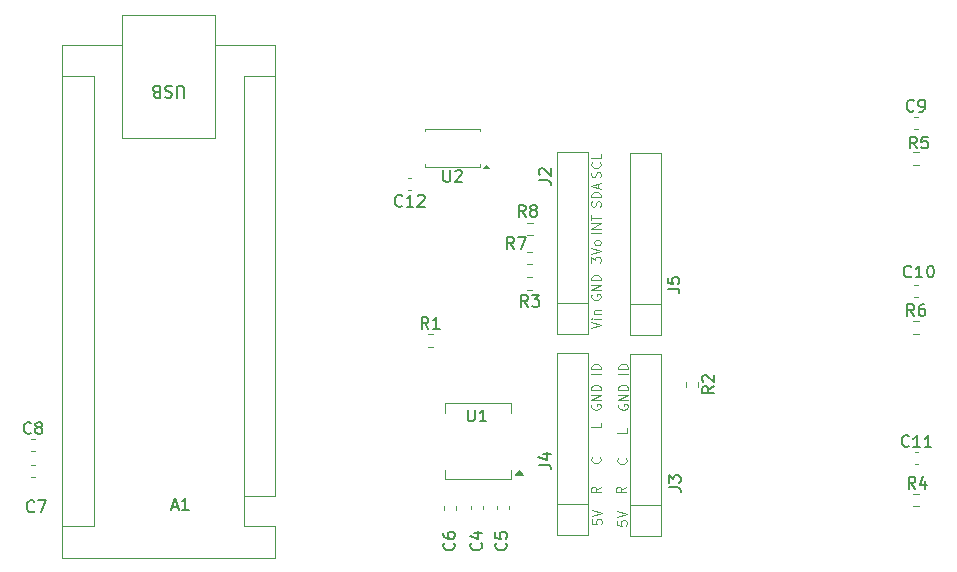
<source format=gbr>
%TF.GenerationSoftware,KiCad,Pcbnew,9.0.7*%
%TF.CreationDate,2026-01-06T11:15:33-08:00*%
%TF.ProjectId,v1.2,76312e32-2e6b-4696-9361-645f70636258,rev?*%
%TF.SameCoordinates,Original*%
%TF.FileFunction,Legend,Top*%
%TF.FilePolarity,Positive*%
%FSLAX46Y46*%
G04 Gerber Fmt 4.6, Leading zero omitted, Abs format (unit mm)*
G04 Created by KiCad (PCBNEW 9.0.7) date 2026-01-06 11:15:33*
%MOMM*%
%LPD*%
G01*
G04 APERTURE LIST*
%ADD10C,0.150000*%
%ADD11C,0.100000*%
%ADD12C,0.120000*%
G04 APERTURE END LIST*
D10*
X93538095Y-136054819D02*
X93538095Y-136864342D01*
X93538095Y-136864342D02*
X93585714Y-136959580D01*
X93585714Y-136959580D02*
X93633333Y-137007200D01*
X93633333Y-137007200D02*
X93728571Y-137054819D01*
X93728571Y-137054819D02*
X93919047Y-137054819D01*
X93919047Y-137054819D02*
X94014285Y-137007200D01*
X94014285Y-137007200D02*
X94061904Y-136959580D01*
X94061904Y-136959580D02*
X94109523Y-136864342D01*
X94109523Y-136864342D02*
X94109523Y-136054819D01*
X95109523Y-137054819D02*
X94538095Y-137054819D01*
X94823809Y-137054819D02*
X94823809Y-136054819D01*
X94823809Y-136054819D02*
X94728571Y-136197676D01*
X94728571Y-136197676D02*
X94633333Y-136292914D01*
X94633333Y-136292914D02*
X94538095Y-136340533D01*
X99554819Y-140733333D02*
X100269104Y-140733333D01*
X100269104Y-140733333D02*
X100411961Y-140780952D01*
X100411961Y-140780952D02*
X100507200Y-140876190D01*
X100507200Y-140876190D02*
X100554819Y-141019047D01*
X100554819Y-141019047D02*
X100554819Y-141114285D01*
X99888152Y-139828571D02*
X100554819Y-139828571D01*
X99507200Y-140066666D02*
X100221485Y-140304761D01*
X100221485Y-140304761D02*
X100221485Y-139685714D01*
D11*
X104796895Y-133043734D02*
X103996895Y-133043734D01*
X104796895Y-132662782D02*
X103996895Y-132662782D01*
X103996895Y-132662782D02*
X103996895Y-132472306D01*
X103996895Y-132472306D02*
X104034990Y-132358020D01*
X104034990Y-132358020D02*
X104111180Y-132281830D01*
X104111180Y-132281830D02*
X104187371Y-132243735D01*
X104187371Y-132243735D02*
X104339752Y-132205639D01*
X104339752Y-132205639D02*
X104454038Y-132205639D01*
X104454038Y-132205639D02*
X104606419Y-132243735D01*
X104606419Y-132243735D02*
X104682609Y-132281830D01*
X104682609Y-132281830D02*
X104758800Y-132358020D01*
X104758800Y-132358020D02*
X104796895Y-132472306D01*
X104796895Y-132472306D02*
X104796895Y-132662782D01*
X104034990Y-135624687D02*
X103996895Y-135700877D01*
X103996895Y-135700877D02*
X103996895Y-135815163D01*
X103996895Y-135815163D02*
X104034990Y-135929449D01*
X104034990Y-135929449D02*
X104111180Y-136005639D01*
X104111180Y-136005639D02*
X104187371Y-136043734D01*
X104187371Y-136043734D02*
X104339752Y-136081830D01*
X104339752Y-136081830D02*
X104454038Y-136081830D01*
X104454038Y-136081830D02*
X104606419Y-136043734D01*
X104606419Y-136043734D02*
X104682609Y-136005639D01*
X104682609Y-136005639D02*
X104758800Y-135929449D01*
X104758800Y-135929449D02*
X104796895Y-135815163D01*
X104796895Y-135815163D02*
X104796895Y-135738972D01*
X104796895Y-135738972D02*
X104758800Y-135624687D01*
X104758800Y-135624687D02*
X104720704Y-135586591D01*
X104720704Y-135586591D02*
X104454038Y-135586591D01*
X104454038Y-135586591D02*
X104454038Y-135738972D01*
X104796895Y-135243734D02*
X103996895Y-135243734D01*
X103996895Y-135243734D02*
X104796895Y-134786591D01*
X104796895Y-134786591D02*
X103996895Y-134786591D01*
X104796895Y-134405639D02*
X103996895Y-134405639D01*
X103996895Y-134405639D02*
X103996895Y-134215163D01*
X103996895Y-134215163D02*
X104034990Y-134100877D01*
X104034990Y-134100877D02*
X104111180Y-134024687D01*
X104111180Y-134024687D02*
X104187371Y-133986592D01*
X104187371Y-133986592D02*
X104339752Y-133948496D01*
X104339752Y-133948496D02*
X104454038Y-133948496D01*
X104454038Y-133948496D02*
X104606419Y-133986592D01*
X104606419Y-133986592D02*
X104682609Y-134024687D01*
X104682609Y-134024687D02*
X104758800Y-134100877D01*
X104758800Y-134100877D02*
X104796895Y-134215163D01*
X104796895Y-134215163D02*
X104796895Y-134405639D01*
X104796895Y-137162782D02*
X104796895Y-137543734D01*
X104796895Y-137543734D02*
X103996895Y-137543734D01*
X104720704Y-140086591D02*
X104758800Y-140124687D01*
X104758800Y-140124687D02*
X104796895Y-140238972D01*
X104796895Y-140238972D02*
X104796895Y-140315163D01*
X104796895Y-140315163D02*
X104758800Y-140429449D01*
X104758800Y-140429449D02*
X104682609Y-140505639D01*
X104682609Y-140505639D02*
X104606419Y-140543734D01*
X104606419Y-140543734D02*
X104454038Y-140581830D01*
X104454038Y-140581830D02*
X104339752Y-140581830D01*
X104339752Y-140581830D02*
X104187371Y-140543734D01*
X104187371Y-140543734D02*
X104111180Y-140505639D01*
X104111180Y-140505639D02*
X104034990Y-140429449D01*
X104034990Y-140429449D02*
X103996895Y-140315163D01*
X103996895Y-140315163D02*
X103996895Y-140238972D01*
X103996895Y-140238972D02*
X104034990Y-140124687D01*
X104034990Y-140124687D02*
X104073085Y-140086591D01*
X104796895Y-142586591D02*
X104415942Y-142853258D01*
X104796895Y-143043734D02*
X103996895Y-143043734D01*
X103996895Y-143043734D02*
X103996895Y-142738972D01*
X103996895Y-142738972D02*
X104034990Y-142662782D01*
X104034990Y-142662782D02*
X104073085Y-142624687D01*
X104073085Y-142624687D02*
X104149276Y-142586591D01*
X104149276Y-142586591D02*
X104263561Y-142586591D01*
X104263561Y-142586591D02*
X104339752Y-142624687D01*
X104339752Y-142624687D02*
X104377847Y-142662782D01*
X104377847Y-142662782D02*
X104415942Y-142738972D01*
X104415942Y-142738972D02*
X104415942Y-143043734D01*
X104096895Y-145362782D02*
X104096895Y-145743734D01*
X104096895Y-145743734D02*
X104477847Y-145781830D01*
X104477847Y-145781830D02*
X104439752Y-145743734D01*
X104439752Y-145743734D02*
X104401657Y-145667544D01*
X104401657Y-145667544D02*
X104401657Y-145477068D01*
X104401657Y-145477068D02*
X104439752Y-145400877D01*
X104439752Y-145400877D02*
X104477847Y-145362782D01*
X104477847Y-145362782D02*
X104554038Y-145324687D01*
X104554038Y-145324687D02*
X104744514Y-145324687D01*
X104744514Y-145324687D02*
X104820704Y-145362782D01*
X104820704Y-145362782D02*
X104858800Y-145400877D01*
X104858800Y-145400877D02*
X104896895Y-145477068D01*
X104896895Y-145477068D02*
X104896895Y-145667544D01*
X104896895Y-145667544D02*
X104858800Y-145743734D01*
X104858800Y-145743734D02*
X104820704Y-145781830D01*
X104096895Y-145096115D02*
X104896895Y-144829448D01*
X104896895Y-144829448D02*
X104096895Y-144562782D01*
D10*
X110554819Y-142633333D02*
X111269104Y-142633333D01*
X111269104Y-142633333D02*
X111411961Y-142680952D01*
X111411961Y-142680952D02*
X111507200Y-142776190D01*
X111507200Y-142776190D02*
X111554819Y-142919047D01*
X111554819Y-142919047D02*
X111554819Y-143014285D01*
X110554819Y-142252380D02*
X110554819Y-141633333D01*
X110554819Y-141633333D02*
X110935771Y-141966666D01*
X110935771Y-141966666D02*
X110935771Y-141823809D01*
X110935771Y-141823809D02*
X110983390Y-141728571D01*
X110983390Y-141728571D02*
X111031009Y-141680952D01*
X111031009Y-141680952D02*
X111126247Y-141633333D01*
X111126247Y-141633333D02*
X111364342Y-141633333D01*
X111364342Y-141633333D02*
X111459580Y-141680952D01*
X111459580Y-141680952D02*
X111507200Y-141728571D01*
X111507200Y-141728571D02*
X111554819Y-141823809D01*
X111554819Y-141823809D02*
X111554819Y-142109523D01*
X111554819Y-142109523D02*
X111507200Y-142204761D01*
X111507200Y-142204761D02*
X111459580Y-142252380D01*
D11*
X107096895Y-133043734D02*
X106296895Y-133043734D01*
X107096895Y-132662782D02*
X106296895Y-132662782D01*
X106296895Y-132662782D02*
X106296895Y-132472306D01*
X106296895Y-132472306D02*
X106334990Y-132358020D01*
X106334990Y-132358020D02*
X106411180Y-132281830D01*
X106411180Y-132281830D02*
X106487371Y-132243735D01*
X106487371Y-132243735D02*
X106639752Y-132205639D01*
X106639752Y-132205639D02*
X106754038Y-132205639D01*
X106754038Y-132205639D02*
X106906419Y-132243735D01*
X106906419Y-132243735D02*
X106982609Y-132281830D01*
X106982609Y-132281830D02*
X107058800Y-132358020D01*
X107058800Y-132358020D02*
X107096895Y-132472306D01*
X107096895Y-132472306D02*
X107096895Y-132662782D01*
X106334990Y-135624687D02*
X106296895Y-135700877D01*
X106296895Y-135700877D02*
X106296895Y-135815163D01*
X106296895Y-135815163D02*
X106334990Y-135929449D01*
X106334990Y-135929449D02*
X106411180Y-136005639D01*
X106411180Y-136005639D02*
X106487371Y-136043734D01*
X106487371Y-136043734D02*
X106639752Y-136081830D01*
X106639752Y-136081830D02*
X106754038Y-136081830D01*
X106754038Y-136081830D02*
X106906419Y-136043734D01*
X106906419Y-136043734D02*
X106982609Y-136005639D01*
X106982609Y-136005639D02*
X107058800Y-135929449D01*
X107058800Y-135929449D02*
X107096895Y-135815163D01*
X107096895Y-135815163D02*
X107096895Y-135738972D01*
X107096895Y-135738972D02*
X107058800Y-135624687D01*
X107058800Y-135624687D02*
X107020704Y-135586591D01*
X107020704Y-135586591D02*
X106754038Y-135586591D01*
X106754038Y-135586591D02*
X106754038Y-135738972D01*
X107096895Y-135243734D02*
X106296895Y-135243734D01*
X106296895Y-135243734D02*
X107096895Y-134786591D01*
X107096895Y-134786591D02*
X106296895Y-134786591D01*
X107096895Y-134405639D02*
X106296895Y-134405639D01*
X106296895Y-134405639D02*
X106296895Y-134215163D01*
X106296895Y-134215163D02*
X106334990Y-134100877D01*
X106334990Y-134100877D02*
X106411180Y-134024687D01*
X106411180Y-134024687D02*
X106487371Y-133986592D01*
X106487371Y-133986592D02*
X106639752Y-133948496D01*
X106639752Y-133948496D02*
X106754038Y-133948496D01*
X106754038Y-133948496D02*
X106906419Y-133986592D01*
X106906419Y-133986592D02*
X106982609Y-134024687D01*
X106982609Y-134024687D02*
X107058800Y-134100877D01*
X107058800Y-134100877D02*
X107096895Y-134215163D01*
X107096895Y-134215163D02*
X107096895Y-134405639D01*
X106996895Y-137662782D02*
X106996895Y-138043734D01*
X106996895Y-138043734D02*
X106196895Y-138043734D01*
X106920704Y-140186591D02*
X106958800Y-140224687D01*
X106958800Y-140224687D02*
X106996895Y-140338972D01*
X106996895Y-140338972D02*
X106996895Y-140415163D01*
X106996895Y-140415163D02*
X106958800Y-140529449D01*
X106958800Y-140529449D02*
X106882609Y-140605639D01*
X106882609Y-140605639D02*
X106806419Y-140643734D01*
X106806419Y-140643734D02*
X106654038Y-140681830D01*
X106654038Y-140681830D02*
X106539752Y-140681830D01*
X106539752Y-140681830D02*
X106387371Y-140643734D01*
X106387371Y-140643734D02*
X106311180Y-140605639D01*
X106311180Y-140605639D02*
X106234990Y-140529449D01*
X106234990Y-140529449D02*
X106196895Y-140415163D01*
X106196895Y-140415163D02*
X106196895Y-140338972D01*
X106196895Y-140338972D02*
X106234990Y-140224687D01*
X106234990Y-140224687D02*
X106273085Y-140186591D01*
X106896895Y-142586591D02*
X106515942Y-142853258D01*
X106896895Y-143043734D02*
X106096895Y-143043734D01*
X106096895Y-143043734D02*
X106096895Y-142738972D01*
X106096895Y-142738972D02*
X106134990Y-142662782D01*
X106134990Y-142662782D02*
X106173085Y-142624687D01*
X106173085Y-142624687D02*
X106249276Y-142586591D01*
X106249276Y-142586591D02*
X106363561Y-142586591D01*
X106363561Y-142586591D02*
X106439752Y-142624687D01*
X106439752Y-142624687D02*
X106477847Y-142662782D01*
X106477847Y-142662782D02*
X106515942Y-142738972D01*
X106515942Y-142738972D02*
X106515942Y-143043734D01*
X106196895Y-145462782D02*
X106196895Y-145843734D01*
X106196895Y-145843734D02*
X106577847Y-145881830D01*
X106577847Y-145881830D02*
X106539752Y-145843734D01*
X106539752Y-145843734D02*
X106501657Y-145767544D01*
X106501657Y-145767544D02*
X106501657Y-145577068D01*
X106501657Y-145577068D02*
X106539752Y-145500877D01*
X106539752Y-145500877D02*
X106577847Y-145462782D01*
X106577847Y-145462782D02*
X106654038Y-145424687D01*
X106654038Y-145424687D02*
X106844514Y-145424687D01*
X106844514Y-145424687D02*
X106920704Y-145462782D01*
X106920704Y-145462782D02*
X106958800Y-145500877D01*
X106958800Y-145500877D02*
X106996895Y-145577068D01*
X106996895Y-145577068D02*
X106996895Y-145767544D01*
X106996895Y-145767544D02*
X106958800Y-145843734D01*
X106958800Y-145843734D02*
X106920704Y-145881830D01*
X106196895Y-145196115D02*
X106996895Y-144929448D01*
X106996895Y-144929448D02*
X106196895Y-144662782D01*
D10*
X99544819Y-116633333D02*
X100259104Y-116633333D01*
X100259104Y-116633333D02*
X100401961Y-116680952D01*
X100401961Y-116680952D02*
X100497200Y-116776190D01*
X100497200Y-116776190D02*
X100544819Y-116919047D01*
X100544819Y-116919047D02*
X100544819Y-117014285D01*
X99640057Y-116204761D02*
X99592438Y-116157142D01*
X99592438Y-116157142D02*
X99544819Y-116061904D01*
X99544819Y-116061904D02*
X99544819Y-115823809D01*
X99544819Y-115823809D02*
X99592438Y-115728571D01*
X99592438Y-115728571D02*
X99640057Y-115680952D01*
X99640057Y-115680952D02*
X99735295Y-115633333D01*
X99735295Y-115633333D02*
X99830533Y-115633333D01*
X99830533Y-115633333D02*
X99973390Y-115680952D01*
X99973390Y-115680952D02*
X100544819Y-116252380D01*
X100544819Y-116252380D02*
X100544819Y-115633333D01*
D11*
X104758800Y-116381830D02*
X104796895Y-116267544D01*
X104796895Y-116267544D02*
X104796895Y-116077068D01*
X104796895Y-116077068D02*
X104758800Y-116000877D01*
X104758800Y-116000877D02*
X104720704Y-115962782D01*
X104720704Y-115962782D02*
X104644514Y-115924687D01*
X104644514Y-115924687D02*
X104568323Y-115924687D01*
X104568323Y-115924687D02*
X104492133Y-115962782D01*
X104492133Y-115962782D02*
X104454038Y-116000877D01*
X104454038Y-116000877D02*
X104415942Y-116077068D01*
X104415942Y-116077068D02*
X104377847Y-116229449D01*
X104377847Y-116229449D02*
X104339752Y-116305639D01*
X104339752Y-116305639D02*
X104301657Y-116343734D01*
X104301657Y-116343734D02*
X104225466Y-116381830D01*
X104225466Y-116381830D02*
X104149276Y-116381830D01*
X104149276Y-116381830D02*
X104073085Y-116343734D01*
X104073085Y-116343734D02*
X104034990Y-116305639D01*
X104034990Y-116305639D02*
X103996895Y-116229449D01*
X103996895Y-116229449D02*
X103996895Y-116038972D01*
X103996895Y-116038972D02*
X104034990Y-115924687D01*
X104720704Y-115124686D02*
X104758800Y-115162782D01*
X104758800Y-115162782D02*
X104796895Y-115277067D01*
X104796895Y-115277067D02*
X104796895Y-115353258D01*
X104796895Y-115353258D02*
X104758800Y-115467544D01*
X104758800Y-115467544D02*
X104682609Y-115543734D01*
X104682609Y-115543734D02*
X104606419Y-115581829D01*
X104606419Y-115581829D02*
X104454038Y-115619925D01*
X104454038Y-115619925D02*
X104339752Y-115619925D01*
X104339752Y-115619925D02*
X104187371Y-115581829D01*
X104187371Y-115581829D02*
X104111180Y-115543734D01*
X104111180Y-115543734D02*
X104034990Y-115467544D01*
X104034990Y-115467544D02*
X103996895Y-115353258D01*
X103996895Y-115353258D02*
X103996895Y-115277067D01*
X103996895Y-115277067D02*
X104034990Y-115162782D01*
X104034990Y-115162782D02*
X104073085Y-115124686D01*
X104796895Y-114400877D02*
X104796895Y-114781829D01*
X104796895Y-114781829D02*
X103996895Y-114781829D01*
X104758800Y-118881830D02*
X104796895Y-118767544D01*
X104796895Y-118767544D02*
X104796895Y-118577068D01*
X104796895Y-118577068D02*
X104758800Y-118500877D01*
X104758800Y-118500877D02*
X104720704Y-118462782D01*
X104720704Y-118462782D02*
X104644514Y-118424687D01*
X104644514Y-118424687D02*
X104568323Y-118424687D01*
X104568323Y-118424687D02*
X104492133Y-118462782D01*
X104492133Y-118462782D02*
X104454038Y-118500877D01*
X104454038Y-118500877D02*
X104415942Y-118577068D01*
X104415942Y-118577068D02*
X104377847Y-118729449D01*
X104377847Y-118729449D02*
X104339752Y-118805639D01*
X104339752Y-118805639D02*
X104301657Y-118843734D01*
X104301657Y-118843734D02*
X104225466Y-118881830D01*
X104225466Y-118881830D02*
X104149276Y-118881830D01*
X104149276Y-118881830D02*
X104073085Y-118843734D01*
X104073085Y-118843734D02*
X104034990Y-118805639D01*
X104034990Y-118805639D02*
X103996895Y-118729449D01*
X103996895Y-118729449D02*
X103996895Y-118538972D01*
X103996895Y-118538972D02*
X104034990Y-118424687D01*
X104796895Y-118081829D02*
X103996895Y-118081829D01*
X103996895Y-118081829D02*
X103996895Y-117891353D01*
X103996895Y-117891353D02*
X104034990Y-117777067D01*
X104034990Y-117777067D02*
X104111180Y-117700877D01*
X104111180Y-117700877D02*
X104187371Y-117662782D01*
X104187371Y-117662782D02*
X104339752Y-117624686D01*
X104339752Y-117624686D02*
X104454038Y-117624686D01*
X104454038Y-117624686D02*
X104606419Y-117662782D01*
X104606419Y-117662782D02*
X104682609Y-117700877D01*
X104682609Y-117700877D02*
X104758800Y-117777067D01*
X104758800Y-117777067D02*
X104796895Y-117891353D01*
X104796895Y-117891353D02*
X104796895Y-118081829D01*
X104568323Y-117319925D02*
X104568323Y-116938972D01*
X104796895Y-117396115D02*
X103996895Y-117129448D01*
X103996895Y-117129448D02*
X104796895Y-116862782D01*
X104796895Y-121143734D02*
X103996895Y-121143734D01*
X104796895Y-120762782D02*
X103996895Y-120762782D01*
X103996895Y-120762782D02*
X104796895Y-120305639D01*
X104796895Y-120305639D02*
X103996895Y-120305639D01*
X103996895Y-120038973D02*
X103996895Y-119581830D01*
X104796895Y-119810402D02*
X103996895Y-119810402D01*
X103996895Y-123619925D02*
X103996895Y-123124687D01*
X103996895Y-123124687D02*
X104301657Y-123391353D01*
X104301657Y-123391353D02*
X104301657Y-123277068D01*
X104301657Y-123277068D02*
X104339752Y-123200877D01*
X104339752Y-123200877D02*
X104377847Y-123162782D01*
X104377847Y-123162782D02*
X104454038Y-123124687D01*
X104454038Y-123124687D02*
X104644514Y-123124687D01*
X104644514Y-123124687D02*
X104720704Y-123162782D01*
X104720704Y-123162782D02*
X104758800Y-123200877D01*
X104758800Y-123200877D02*
X104796895Y-123277068D01*
X104796895Y-123277068D02*
X104796895Y-123505639D01*
X104796895Y-123505639D02*
X104758800Y-123581830D01*
X104758800Y-123581830D02*
X104720704Y-123619925D01*
X103996895Y-122896115D02*
X104796895Y-122629448D01*
X104796895Y-122629448D02*
X103996895Y-122362782D01*
X104796895Y-121981830D02*
X104758800Y-122058020D01*
X104758800Y-122058020D02*
X104720704Y-122096115D01*
X104720704Y-122096115D02*
X104644514Y-122134211D01*
X104644514Y-122134211D02*
X104415942Y-122134211D01*
X104415942Y-122134211D02*
X104339752Y-122096115D01*
X104339752Y-122096115D02*
X104301657Y-122058020D01*
X104301657Y-122058020D02*
X104263561Y-121981830D01*
X104263561Y-121981830D02*
X104263561Y-121867544D01*
X104263561Y-121867544D02*
X104301657Y-121791353D01*
X104301657Y-121791353D02*
X104339752Y-121753258D01*
X104339752Y-121753258D02*
X104415942Y-121715163D01*
X104415942Y-121715163D02*
X104644514Y-121715163D01*
X104644514Y-121715163D02*
X104720704Y-121753258D01*
X104720704Y-121753258D02*
X104758800Y-121791353D01*
X104758800Y-121791353D02*
X104796895Y-121867544D01*
X104796895Y-121867544D02*
X104796895Y-121981830D01*
X104034990Y-126324687D02*
X103996895Y-126400877D01*
X103996895Y-126400877D02*
X103996895Y-126515163D01*
X103996895Y-126515163D02*
X104034990Y-126629449D01*
X104034990Y-126629449D02*
X104111180Y-126705639D01*
X104111180Y-126705639D02*
X104187371Y-126743734D01*
X104187371Y-126743734D02*
X104339752Y-126781830D01*
X104339752Y-126781830D02*
X104454038Y-126781830D01*
X104454038Y-126781830D02*
X104606419Y-126743734D01*
X104606419Y-126743734D02*
X104682609Y-126705639D01*
X104682609Y-126705639D02*
X104758800Y-126629449D01*
X104758800Y-126629449D02*
X104796895Y-126515163D01*
X104796895Y-126515163D02*
X104796895Y-126438972D01*
X104796895Y-126438972D02*
X104758800Y-126324687D01*
X104758800Y-126324687D02*
X104720704Y-126286591D01*
X104720704Y-126286591D02*
X104454038Y-126286591D01*
X104454038Y-126286591D02*
X104454038Y-126438972D01*
X104796895Y-125943734D02*
X103996895Y-125943734D01*
X103996895Y-125943734D02*
X104796895Y-125486591D01*
X104796895Y-125486591D02*
X103996895Y-125486591D01*
X104796895Y-125105639D02*
X103996895Y-125105639D01*
X103996895Y-125105639D02*
X103996895Y-124915163D01*
X103996895Y-124915163D02*
X104034990Y-124800877D01*
X104034990Y-124800877D02*
X104111180Y-124724687D01*
X104111180Y-124724687D02*
X104187371Y-124686592D01*
X104187371Y-124686592D02*
X104339752Y-124648496D01*
X104339752Y-124648496D02*
X104454038Y-124648496D01*
X104454038Y-124648496D02*
X104606419Y-124686592D01*
X104606419Y-124686592D02*
X104682609Y-124724687D01*
X104682609Y-124724687D02*
X104758800Y-124800877D01*
X104758800Y-124800877D02*
X104796895Y-124915163D01*
X104796895Y-124915163D02*
X104796895Y-125105639D01*
X103996895Y-129158020D02*
X104796895Y-128891353D01*
X104796895Y-128891353D02*
X103996895Y-128624687D01*
X104796895Y-128358020D02*
X104263561Y-128358020D01*
X103996895Y-128358020D02*
X104034990Y-128396116D01*
X104034990Y-128396116D02*
X104073085Y-128358020D01*
X104073085Y-128358020D02*
X104034990Y-128319925D01*
X104034990Y-128319925D02*
X103996895Y-128358020D01*
X103996895Y-128358020D02*
X104073085Y-128358020D01*
X104263561Y-127977068D02*
X104796895Y-127977068D01*
X104339752Y-127977068D02*
X104301657Y-127938973D01*
X104301657Y-127938973D02*
X104263561Y-127862783D01*
X104263561Y-127862783D02*
X104263561Y-127748497D01*
X104263561Y-127748497D02*
X104301657Y-127672306D01*
X104301657Y-127672306D02*
X104377847Y-127634211D01*
X104377847Y-127634211D02*
X104796895Y-127634211D01*
D10*
X96759580Y-147366666D02*
X96807200Y-147414285D01*
X96807200Y-147414285D02*
X96854819Y-147557142D01*
X96854819Y-147557142D02*
X96854819Y-147652380D01*
X96854819Y-147652380D02*
X96807200Y-147795237D01*
X96807200Y-147795237D02*
X96711961Y-147890475D01*
X96711961Y-147890475D02*
X96616723Y-147938094D01*
X96616723Y-147938094D02*
X96426247Y-147985713D01*
X96426247Y-147985713D02*
X96283390Y-147985713D01*
X96283390Y-147985713D02*
X96092914Y-147938094D01*
X96092914Y-147938094D02*
X95997676Y-147890475D01*
X95997676Y-147890475D02*
X95902438Y-147795237D01*
X95902438Y-147795237D02*
X95854819Y-147652380D01*
X95854819Y-147652380D02*
X95854819Y-147557142D01*
X95854819Y-147557142D02*
X95902438Y-147414285D01*
X95902438Y-147414285D02*
X95950057Y-147366666D01*
X95854819Y-146461904D02*
X95854819Y-146938094D01*
X95854819Y-146938094D02*
X96331009Y-146985713D01*
X96331009Y-146985713D02*
X96283390Y-146938094D01*
X96283390Y-146938094D02*
X96235771Y-146842856D01*
X96235771Y-146842856D02*
X96235771Y-146604761D01*
X96235771Y-146604761D02*
X96283390Y-146509523D01*
X96283390Y-146509523D02*
X96331009Y-146461904D01*
X96331009Y-146461904D02*
X96426247Y-146414285D01*
X96426247Y-146414285D02*
X96664342Y-146414285D01*
X96664342Y-146414285D02*
X96759580Y-146461904D01*
X96759580Y-146461904D02*
X96807200Y-146509523D01*
X96807200Y-146509523D02*
X96854819Y-146604761D01*
X96854819Y-146604761D02*
X96854819Y-146842856D01*
X96854819Y-146842856D02*
X96807200Y-146938094D01*
X96807200Y-146938094D02*
X96759580Y-146985713D01*
X131558333Y-113954819D02*
X131225000Y-113478628D01*
X130986905Y-113954819D02*
X130986905Y-112954819D01*
X130986905Y-112954819D02*
X131367857Y-112954819D01*
X131367857Y-112954819D02*
X131463095Y-113002438D01*
X131463095Y-113002438D02*
X131510714Y-113050057D01*
X131510714Y-113050057D02*
X131558333Y-113145295D01*
X131558333Y-113145295D02*
X131558333Y-113288152D01*
X131558333Y-113288152D02*
X131510714Y-113383390D01*
X131510714Y-113383390D02*
X131463095Y-113431009D01*
X131463095Y-113431009D02*
X131367857Y-113478628D01*
X131367857Y-113478628D02*
X130986905Y-113478628D01*
X132463095Y-112954819D02*
X131986905Y-112954819D01*
X131986905Y-112954819D02*
X131939286Y-113431009D01*
X131939286Y-113431009D02*
X131986905Y-113383390D01*
X131986905Y-113383390D02*
X132082143Y-113335771D01*
X132082143Y-113335771D02*
X132320238Y-113335771D01*
X132320238Y-113335771D02*
X132415476Y-113383390D01*
X132415476Y-113383390D02*
X132463095Y-113431009D01*
X132463095Y-113431009D02*
X132510714Y-113526247D01*
X132510714Y-113526247D02*
X132510714Y-113764342D01*
X132510714Y-113764342D02*
X132463095Y-113859580D01*
X132463095Y-113859580D02*
X132415476Y-113907200D01*
X132415476Y-113907200D02*
X132320238Y-113954819D01*
X132320238Y-113954819D02*
X132082143Y-113954819D01*
X132082143Y-113954819D02*
X131986905Y-113907200D01*
X131986905Y-113907200D02*
X131939286Y-113859580D01*
X110454819Y-125833333D02*
X111169104Y-125833333D01*
X111169104Y-125833333D02*
X111311961Y-125880952D01*
X111311961Y-125880952D02*
X111407200Y-125976190D01*
X111407200Y-125976190D02*
X111454819Y-126119047D01*
X111454819Y-126119047D02*
X111454819Y-126214285D01*
X110454819Y-124880952D02*
X110454819Y-125357142D01*
X110454819Y-125357142D02*
X110931009Y-125404761D01*
X110931009Y-125404761D02*
X110883390Y-125357142D01*
X110883390Y-125357142D02*
X110835771Y-125261904D01*
X110835771Y-125261904D02*
X110835771Y-125023809D01*
X110835771Y-125023809D02*
X110883390Y-124928571D01*
X110883390Y-124928571D02*
X110931009Y-124880952D01*
X110931009Y-124880952D02*
X111026247Y-124833333D01*
X111026247Y-124833333D02*
X111264342Y-124833333D01*
X111264342Y-124833333D02*
X111359580Y-124880952D01*
X111359580Y-124880952D02*
X111407200Y-124928571D01*
X111407200Y-124928571D02*
X111454819Y-125023809D01*
X111454819Y-125023809D02*
X111454819Y-125261904D01*
X111454819Y-125261904D02*
X111407200Y-125357142D01*
X111407200Y-125357142D02*
X111359580Y-125404761D01*
X114384819Y-134091666D02*
X113908628Y-134424999D01*
X114384819Y-134663094D02*
X113384819Y-134663094D01*
X113384819Y-134663094D02*
X113384819Y-134282142D01*
X113384819Y-134282142D02*
X113432438Y-134186904D01*
X113432438Y-134186904D02*
X113480057Y-134139285D01*
X113480057Y-134139285D02*
X113575295Y-134091666D01*
X113575295Y-134091666D02*
X113718152Y-134091666D01*
X113718152Y-134091666D02*
X113813390Y-134139285D01*
X113813390Y-134139285D02*
X113861009Y-134186904D01*
X113861009Y-134186904D02*
X113908628Y-134282142D01*
X113908628Y-134282142D02*
X113908628Y-134663094D01*
X113480057Y-133710713D02*
X113432438Y-133663094D01*
X113432438Y-133663094D02*
X113384819Y-133567856D01*
X113384819Y-133567856D02*
X113384819Y-133329761D01*
X113384819Y-133329761D02*
X113432438Y-133234523D01*
X113432438Y-133234523D02*
X113480057Y-133186904D01*
X113480057Y-133186904D02*
X113575295Y-133139285D01*
X113575295Y-133139285D02*
X113670533Y-133139285D01*
X113670533Y-133139285D02*
X113813390Y-133186904D01*
X113813390Y-133186904D02*
X114384819Y-133758332D01*
X114384819Y-133758332D02*
X114384819Y-133139285D01*
X94659580Y-147366666D02*
X94707200Y-147414285D01*
X94707200Y-147414285D02*
X94754819Y-147557142D01*
X94754819Y-147557142D02*
X94754819Y-147652380D01*
X94754819Y-147652380D02*
X94707200Y-147795237D01*
X94707200Y-147795237D02*
X94611961Y-147890475D01*
X94611961Y-147890475D02*
X94516723Y-147938094D01*
X94516723Y-147938094D02*
X94326247Y-147985713D01*
X94326247Y-147985713D02*
X94183390Y-147985713D01*
X94183390Y-147985713D02*
X93992914Y-147938094D01*
X93992914Y-147938094D02*
X93897676Y-147890475D01*
X93897676Y-147890475D02*
X93802438Y-147795237D01*
X93802438Y-147795237D02*
X93754819Y-147652380D01*
X93754819Y-147652380D02*
X93754819Y-147557142D01*
X93754819Y-147557142D02*
X93802438Y-147414285D01*
X93802438Y-147414285D02*
X93850057Y-147366666D01*
X94088152Y-146509523D02*
X94754819Y-146509523D01*
X93707200Y-146747618D02*
X94421485Y-146985713D01*
X94421485Y-146985713D02*
X94421485Y-146366666D01*
X130882142Y-139129580D02*
X130834523Y-139177200D01*
X130834523Y-139177200D02*
X130691666Y-139224819D01*
X130691666Y-139224819D02*
X130596428Y-139224819D01*
X130596428Y-139224819D02*
X130453571Y-139177200D01*
X130453571Y-139177200D02*
X130358333Y-139081961D01*
X130358333Y-139081961D02*
X130310714Y-138986723D01*
X130310714Y-138986723D02*
X130263095Y-138796247D01*
X130263095Y-138796247D02*
X130263095Y-138653390D01*
X130263095Y-138653390D02*
X130310714Y-138462914D01*
X130310714Y-138462914D02*
X130358333Y-138367676D01*
X130358333Y-138367676D02*
X130453571Y-138272438D01*
X130453571Y-138272438D02*
X130596428Y-138224819D01*
X130596428Y-138224819D02*
X130691666Y-138224819D01*
X130691666Y-138224819D02*
X130834523Y-138272438D01*
X130834523Y-138272438D02*
X130882142Y-138320057D01*
X131834523Y-139224819D02*
X131263095Y-139224819D01*
X131548809Y-139224819D02*
X131548809Y-138224819D01*
X131548809Y-138224819D02*
X131453571Y-138367676D01*
X131453571Y-138367676D02*
X131358333Y-138462914D01*
X131358333Y-138462914D02*
X131263095Y-138510533D01*
X132786904Y-139224819D02*
X132215476Y-139224819D01*
X132501190Y-139224819D02*
X132501190Y-138224819D01*
X132501190Y-138224819D02*
X132405952Y-138367676D01*
X132405952Y-138367676D02*
X132310714Y-138462914D01*
X132310714Y-138462914D02*
X132215476Y-138510533D01*
X87982142Y-118789580D02*
X87934523Y-118837200D01*
X87934523Y-118837200D02*
X87791666Y-118884819D01*
X87791666Y-118884819D02*
X87696428Y-118884819D01*
X87696428Y-118884819D02*
X87553571Y-118837200D01*
X87553571Y-118837200D02*
X87458333Y-118741961D01*
X87458333Y-118741961D02*
X87410714Y-118646723D01*
X87410714Y-118646723D02*
X87363095Y-118456247D01*
X87363095Y-118456247D02*
X87363095Y-118313390D01*
X87363095Y-118313390D02*
X87410714Y-118122914D01*
X87410714Y-118122914D02*
X87458333Y-118027676D01*
X87458333Y-118027676D02*
X87553571Y-117932438D01*
X87553571Y-117932438D02*
X87696428Y-117884819D01*
X87696428Y-117884819D02*
X87791666Y-117884819D01*
X87791666Y-117884819D02*
X87934523Y-117932438D01*
X87934523Y-117932438D02*
X87982142Y-117980057D01*
X88934523Y-118884819D02*
X88363095Y-118884819D01*
X88648809Y-118884819D02*
X88648809Y-117884819D01*
X88648809Y-117884819D02*
X88553571Y-118027676D01*
X88553571Y-118027676D02*
X88458333Y-118122914D01*
X88458333Y-118122914D02*
X88363095Y-118170533D01*
X89315476Y-117980057D02*
X89363095Y-117932438D01*
X89363095Y-117932438D02*
X89458333Y-117884819D01*
X89458333Y-117884819D02*
X89696428Y-117884819D01*
X89696428Y-117884819D02*
X89791666Y-117932438D01*
X89791666Y-117932438D02*
X89839285Y-117980057D01*
X89839285Y-117980057D02*
X89886904Y-118075295D01*
X89886904Y-118075295D02*
X89886904Y-118170533D01*
X89886904Y-118170533D02*
X89839285Y-118313390D01*
X89839285Y-118313390D02*
X89267857Y-118884819D01*
X89267857Y-118884819D02*
X89886904Y-118884819D01*
X91475595Y-115779819D02*
X91475595Y-116589342D01*
X91475595Y-116589342D02*
X91523214Y-116684580D01*
X91523214Y-116684580D02*
X91570833Y-116732200D01*
X91570833Y-116732200D02*
X91666071Y-116779819D01*
X91666071Y-116779819D02*
X91856547Y-116779819D01*
X91856547Y-116779819D02*
X91951785Y-116732200D01*
X91951785Y-116732200D02*
X91999404Y-116684580D01*
X91999404Y-116684580D02*
X92047023Y-116589342D01*
X92047023Y-116589342D02*
X92047023Y-115779819D01*
X92475595Y-115875057D02*
X92523214Y-115827438D01*
X92523214Y-115827438D02*
X92618452Y-115779819D01*
X92618452Y-115779819D02*
X92856547Y-115779819D01*
X92856547Y-115779819D02*
X92951785Y-115827438D01*
X92951785Y-115827438D02*
X92999404Y-115875057D01*
X92999404Y-115875057D02*
X93047023Y-115970295D01*
X93047023Y-115970295D02*
X93047023Y-116065533D01*
X93047023Y-116065533D02*
X92999404Y-116208390D01*
X92999404Y-116208390D02*
X92427976Y-116779819D01*
X92427976Y-116779819D02*
X93047023Y-116779819D01*
X56558333Y-138029580D02*
X56510714Y-138077200D01*
X56510714Y-138077200D02*
X56367857Y-138124819D01*
X56367857Y-138124819D02*
X56272619Y-138124819D01*
X56272619Y-138124819D02*
X56129762Y-138077200D01*
X56129762Y-138077200D02*
X56034524Y-137981961D01*
X56034524Y-137981961D02*
X55986905Y-137886723D01*
X55986905Y-137886723D02*
X55939286Y-137696247D01*
X55939286Y-137696247D02*
X55939286Y-137553390D01*
X55939286Y-137553390D02*
X55986905Y-137362914D01*
X55986905Y-137362914D02*
X56034524Y-137267676D01*
X56034524Y-137267676D02*
X56129762Y-137172438D01*
X56129762Y-137172438D02*
X56272619Y-137124819D01*
X56272619Y-137124819D02*
X56367857Y-137124819D01*
X56367857Y-137124819D02*
X56510714Y-137172438D01*
X56510714Y-137172438D02*
X56558333Y-137220057D01*
X57129762Y-137553390D02*
X57034524Y-137505771D01*
X57034524Y-137505771D02*
X56986905Y-137458152D01*
X56986905Y-137458152D02*
X56939286Y-137362914D01*
X56939286Y-137362914D02*
X56939286Y-137315295D01*
X56939286Y-137315295D02*
X56986905Y-137220057D01*
X56986905Y-137220057D02*
X57034524Y-137172438D01*
X57034524Y-137172438D02*
X57129762Y-137124819D01*
X57129762Y-137124819D02*
X57320238Y-137124819D01*
X57320238Y-137124819D02*
X57415476Y-137172438D01*
X57415476Y-137172438D02*
X57463095Y-137220057D01*
X57463095Y-137220057D02*
X57510714Y-137315295D01*
X57510714Y-137315295D02*
X57510714Y-137362914D01*
X57510714Y-137362914D02*
X57463095Y-137458152D01*
X57463095Y-137458152D02*
X57415476Y-137505771D01*
X57415476Y-137505771D02*
X57320238Y-137553390D01*
X57320238Y-137553390D02*
X57129762Y-137553390D01*
X57129762Y-137553390D02*
X57034524Y-137601009D01*
X57034524Y-137601009D02*
X56986905Y-137648628D01*
X56986905Y-137648628D02*
X56939286Y-137743866D01*
X56939286Y-137743866D02*
X56939286Y-137934342D01*
X56939286Y-137934342D02*
X56986905Y-138029580D01*
X56986905Y-138029580D02*
X57034524Y-138077200D01*
X57034524Y-138077200D02*
X57129762Y-138124819D01*
X57129762Y-138124819D02*
X57320238Y-138124819D01*
X57320238Y-138124819D02*
X57415476Y-138077200D01*
X57415476Y-138077200D02*
X57463095Y-138029580D01*
X57463095Y-138029580D02*
X57510714Y-137934342D01*
X57510714Y-137934342D02*
X57510714Y-137743866D01*
X57510714Y-137743866D02*
X57463095Y-137648628D01*
X57463095Y-137648628D02*
X57415476Y-137601009D01*
X57415476Y-137601009D02*
X57320238Y-137553390D01*
X97433333Y-122454819D02*
X97100000Y-121978628D01*
X96861905Y-122454819D02*
X96861905Y-121454819D01*
X96861905Y-121454819D02*
X97242857Y-121454819D01*
X97242857Y-121454819D02*
X97338095Y-121502438D01*
X97338095Y-121502438D02*
X97385714Y-121550057D01*
X97385714Y-121550057D02*
X97433333Y-121645295D01*
X97433333Y-121645295D02*
X97433333Y-121788152D01*
X97433333Y-121788152D02*
X97385714Y-121883390D01*
X97385714Y-121883390D02*
X97338095Y-121931009D01*
X97338095Y-121931009D02*
X97242857Y-121978628D01*
X97242857Y-121978628D02*
X96861905Y-121978628D01*
X97766667Y-121454819D02*
X98433333Y-121454819D01*
X98433333Y-121454819D02*
X98004762Y-122454819D01*
X131308333Y-110729580D02*
X131260714Y-110777200D01*
X131260714Y-110777200D02*
X131117857Y-110824819D01*
X131117857Y-110824819D02*
X131022619Y-110824819D01*
X131022619Y-110824819D02*
X130879762Y-110777200D01*
X130879762Y-110777200D02*
X130784524Y-110681961D01*
X130784524Y-110681961D02*
X130736905Y-110586723D01*
X130736905Y-110586723D02*
X130689286Y-110396247D01*
X130689286Y-110396247D02*
X130689286Y-110253390D01*
X130689286Y-110253390D02*
X130736905Y-110062914D01*
X130736905Y-110062914D02*
X130784524Y-109967676D01*
X130784524Y-109967676D02*
X130879762Y-109872438D01*
X130879762Y-109872438D02*
X131022619Y-109824819D01*
X131022619Y-109824819D02*
X131117857Y-109824819D01*
X131117857Y-109824819D02*
X131260714Y-109872438D01*
X131260714Y-109872438D02*
X131308333Y-109920057D01*
X131784524Y-110824819D02*
X131975000Y-110824819D01*
X131975000Y-110824819D02*
X132070238Y-110777200D01*
X132070238Y-110777200D02*
X132117857Y-110729580D01*
X132117857Y-110729580D02*
X132213095Y-110586723D01*
X132213095Y-110586723D02*
X132260714Y-110396247D01*
X132260714Y-110396247D02*
X132260714Y-110015295D01*
X132260714Y-110015295D02*
X132213095Y-109920057D01*
X132213095Y-109920057D02*
X132165476Y-109872438D01*
X132165476Y-109872438D02*
X132070238Y-109824819D01*
X132070238Y-109824819D02*
X131879762Y-109824819D01*
X131879762Y-109824819D02*
X131784524Y-109872438D01*
X131784524Y-109872438D02*
X131736905Y-109920057D01*
X131736905Y-109920057D02*
X131689286Y-110015295D01*
X131689286Y-110015295D02*
X131689286Y-110253390D01*
X131689286Y-110253390D02*
X131736905Y-110348628D01*
X131736905Y-110348628D02*
X131784524Y-110396247D01*
X131784524Y-110396247D02*
X131879762Y-110443866D01*
X131879762Y-110443866D02*
X132070238Y-110443866D01*
X132070238Y-110443866D02*
X132165476Y-110396247D01*
X132165476Y-110396247D02*
X132213095Y-110348628D01*
X132213095Y-110348628D02*
X132260714Y-110253390D01*
X131333333Y-128124819D02*
X131000000Y-127648628D01*
X130761905Y-128124819D02*
X130761905Y-127124819D01*
X130761905Y-127124819D02*
X131142857Y-127124819D01*
X131142857Y-127124819D02*
X131238095Y-127172438D01*
X131238095Y-127172438D02*
X131285714Y-127220057D01*
X131285714Y-127220057D02*
X131333333Y-127315295D01*
X131333333Y-127315295D02*
X131333333Y-127458152D01*
X131333333Y-127458152D02*
X131285714Y-127553390D01*
X131285714Y-127553390D02*
X131238095Y-127601009D01*
X131238095Y-127601009D02*
X131142857Y-127648628D01*
X131142857Y-127648628D02*
X130761905Y-127648628D01*
X132190476Y-127124819D02*
X132000000Y-127124819D01*
X132000000Y-127124819D02*
X131904762Y-127172438D01*
X131904762Y-127172438D02*
X131857143Y-127220057D01*
X131857143Y-127220057D02*
X131761905Y-127362914D01*
X131761905Y-127362914D02*
X131714286Y-127553390D01*
X131714286Y-127553390D02*
X131714286Y-127934342D01*
X131714286Y-127934342D02*
X131761905Y-128029580D01*
X131761905Y-128029580D02*
X131809524Y-128077200D01*
X131809524Y-128077200D02*
X131904762Y-128124819D01*
X131904762Y-128124819D02*
X132095238Y-128124819D01*
X132095238Y-128124819D02*
X132190476Y-128077200D01*
X132190476Y-128077200D02*
X132238095Y-128029580D01*
X132238095Y-128029580D02*
X132285714Y-127934342D01*
X132285714Y-127934342D02*
X132285714Y-127696247D01*
X132285714Y-127696247D02*
X132238095Y-127601009D01*
X132238095Y-127601009D02*
X132190476Y-127553390D01*
X132190476Y-127553390D02*
X132095238Y-127505771D01*
X132095238Y-127505771D02*
X131904762Y-127505771D01*
X131904762Y-127505771D02*
X131809524Y-127553390D01*
X131809524Y-127553390D02*
X131761905Y-127601009D01*
X131761905Y-127601009D02*
X131714286Y-127696247D01*
X131082142Y-124769580D02*
X131034523Y-124817200D01*
X131034523Y-124817200D02*
X130891666Y-124864819D01*
X130891666Y-124864819D02*
X130796428Y-124864819D01*
X130796428Y-124864819D02*
X130653571Y-124817200D01*
X130653571Y-124817200D02*
X130558333Y-124721961D01*
X130558333Y-124721961D02*
X130510714Y-124626723D01*
X130510714Y-124626723D02*
X130463095Y-124436247D01*
X130463095Y-124436247D02*
X130463095Y-124293390D01*
X130463095Y-124293390D02*
X130510714Y-124102914D01*
X130510714Y-124102914D02*
X130558333Y-124007676D01*
X130558333Y-124007676D02*
X130653571Y-123912438D01*
X130653571Y-123912438D02*
X130796428Y-123864819D01*
X130796428Y-123864819D02*
X130891666Y-123864819D01*
X130891666Y-123864819D02*
X131034523Y-123912438D01*
X131034523Y-123912438D02*
X131082142Y-123960057D01*
X132034523Y-124864819D02*
X131463095Y-124864819D01*
X131748809Y-124864819D02*
X131748809Y-123864819D01*
X131748809Y-123864819D02*
X131653571Y-124007676D01*
X131653571Y-124007676D02*
X131558333Y-124102914D01*
X131558333Y-124102914D02*
X131463095Y-124150533D01*
X132653571Y-123864819D02*
X132748809Y-123864819D01*
X132748809Y-123864819D02*
X132844047Y-123912438D01*
X132844047Y-123912438D02*
X132891666Y-123960057D01*
X132891666Y-123960057D02*
X132939285Y-124055295D01*
X132939285Y-124055295D02*
X132986904Y-124245771D01*
X132986904Y-124245771D02*
X132986904Y-124483866D01*
X132986904Y-124483866D02*
X132939285Y-124674342D01*
X132939285Y-124674342D02*
X132891666Y-124769580D01*
X132891666Y-124769580D02*
X132844047Y-124817200D01*
X132844047Y-124817200D02*
X132748809Y-124864819D01*
X132748809Y-124864819D02*
X132653571Y-124864819D01*
X132653571Y-124864819D02*
X132558333Y-124817200D01*
X132558333Y-124817200D02*
X132510714Y-124769580D01*
X132510714Y-124769580D02*
X132463095Y-124674342D01*
X132463095Y-124674342D02*
X132415476Y-124483866D01*
X132415476Y-124483866D02*
X132415476Y-124245771D01*
X132415476Y-124245771D02*
X132463095Y-124055295D01*
X132463095Y-124055295D02*
X132510714Y-123960057D01*
X132510714Y-123960057D02*
X132558333Y-123912438D01*
X132558333Y-123912438D02*
X132653571Y-123864819D01*
X98433333Y-119754819D02*
X98100000Y-119278628D01*
X97861905Y-119754819D02*
X97861905Y-118754819D01*
X97861905Y-118754819D02*
X98242857Y-118754819D01*
X98242857Y-118754819D02*
X98338095Y-118802438D01*
X98338095Y-118802438D02*
X98385714Y-118850057D01*
X98385714Y-118850057D02*
X98433333Y-118945295D01*
X98433333Y-118945295D02*
X98433333Y-119088152D01*
X98433333Y-119088152D02*
X98385714Y-119183390D01*
X98385714Y-119183390D02*
X98338095Y-119231009D01*
X98338095Y-119231009D02*
X98242857Y-119278628D01*
X98242857Y-119278628D02*
X97861905Y-119278628D01*
X99004762Y-119183390D02*
X98909524Y-119135771D01*
X98909524Y-119135771D02*
X98861905Y-119088152D01*
X98861905Y-119088152D02*
X98814286Y-118992914D01*
X98814286Y-118992914D02*
X98814286Y-118945295D01*
X98814286Y-118945295D02*
X98861905Y-118850057D01*
X98861905Y-118850057D02*
X98909524Y-118802438D01*
X98909524Y-118802438D02*
X99004762Y-118754819D01*
X99004762Y-118754819D02*
X99195238Y-118754819D01*
X99195238Y-118754819D02*
X99290476Y-118802438D01*
X99290476Y-118802438D02*
X99338095Y-118850057D01*
X99338095Y-118850057D02*
X99385714Y-118945295D01*
X99385714Y-118945295D02*
X99385714Y-118992914D01*
X99385714Y-118992914D02*
X99338095Y-119088152D01*
X99338095Y-119088152D02*
X99290476Y-119135771D01*
X99290476Y-119135771D02*
X99195238Y-119183390D01*
X99195238Y-119183390D02*
X99004762Y-119183390D01*
X99004762Y-119183390D02*
X98909524Y-119231009D01*
X98909524Y-119231009D02*
X98861905Y-119278628D01*
X98861905Y-119278628D02*
X98814286Y-119373866D01*
X98814286Y-119373866D02*
X98814286Y-119564342D01*
X98814286Y-119564342D02*
X98861905Y-119659580D01*
X98861905Y-119659580D02*
X98909524Y-119707200D01*
X98909524Y-119707200D02*
X99004762Y-119754819D01*
X99004762Y-119754819D02*
X99195238Y-119754819D01*
X99195238Y-119754819D02*
X99290476Y-119707200D01*
X99290476Y-119707200D02*
X99338095Y-119659580D01*
X99338095Y-119659580D02*
X99385714Y-119564342D01*
X99385714Y-119564342D02*
X99385714Y-119373866D01*
X99385714Y-119373866D02*
X99338095Y-119278628D01*
X99338095Y-119278628D02*
X99290476Y-119231009D01*
X99290476Y-119231009D02*
X99195238Y-119183390D01*
X68485714Y-144269104D02*
X68961904Y-144269104D01*
X68390476Y-144554819D02*
X68723809Y-143554819D01*
X68723809Y-143554819D02*
X69057142Y-144554819D01*
X69914285Y-144554819D02*
X69342857Y-144554819D01*
X69628571Y-144554819D02*
X69628571Y-143554819D01*
X69628571Y-143554819D02*
X69533333Y-143697676D01*
X69533333Y-143697676D02*
X69438095Y-143792914D01*
X69438095Y-143792914D02*
X69342857Y-143840533D01*
X69481904Y-109645180D02*
X69481904Y-108835657D01*
X69481904Y-108835657D02*
X69434285Y-108740419D01*
X69434285Y-108740419D02*
X69386666Y-108692800D01*
X69386666Y-108692800D02*
X69291428Y-108645180D01*
X69291428Y-108645180D02*
X69100952Y-108645180D01*
X69100952Y-108645180D02*
X69005714Y-108692800D01*
X69005714Y-108692800D02*
X68958095Y-108740419D01*
X68958095Y-108740419D02*
X68910476Y-108835657D01*
X68910476Y-108835657D02*
X68910476Y-109645180D01*
X68481904Y-108692800D02*
X68339047Y-108645180D01*
X68339047Y-108645180D02*
X68100952Y-108645180D01*
X68100952Y-108645180D02*
X68005714Y-108692800D01*
X68005714Y-108692800D02*
X67958095Y-108740419D01*
X67958095Y-108740419D02*
X67910476Y-108835657D01*
X67910476Y-108835657D02*
X67910476Y-108930895D01*
X67910476Y-108930895D02*
X67958095Y-109026133D01*
X67958095Y-109026133D02*
X68005714Y-109073752D01*
X68005714Y-109073752D02*
X68100952Y-109121371D01*
X68100952Y-109121371D02*
X68291428Y-109168990D01*
X68291428Y-109168990D02*
X68386666Y-109216609D01*
X68386666Y-109216609D02*
X68434285Y-109264228D01*
X68434285Y-109264228D02*
X68481904Y-109359466D01*
X68481904Y-109359466D02*
X68481904Y-109454704D01*
X68481904Y-109454704D02*
X68434285Y-109549942D01*
X68434285Y-109549942D02*
X68386666Y-109597561D01*
X68386666Y-109597561D02*
X68291428Y-109645180D01*
X68291428Y-109645180D02*
X68053333Y-109645180D01*
X68053333Y-109645180D02*
X67910476Y-109597561D01*
X67148571Y-109168990D02*
X67005714Y-109121371D01*
X67005714Y-109121371D02*
X66958095Y-109073752D01*
X66958095Y-109073752D02*
X66910476Y-108978514D01*
X66910476Y-108978514D02*
X66910476Y-108835657D01*
X66910476Y-108835657D02*
X66958095Y-108740419D01*
X66958095Y-108740419D02*
X67005714Y-108692800D01*
X67005714Y-108692800D02*
X67100952Y-108645180D01*
X67100952Y-108645180D02*
X67481904Y-108645180D01*
X67481904Y-108645180D02*
X67481904Y-109645180D01*
X67481904Y-109645180D02*
X67148571Y-109645180D01*
X67148571Y-109645180D02*
X67053333Y-109597561D01*
X67053333Y-109597561D02*
X67005714Y-109549942D01*
X67005714Y-109549942D02*
X66958095Y-109454704D01*
X66958095Y-109454704D02*
X66958095Y-109359466D01*
X66958095Y-109359466D02*
X67005714Y-109264228D01*
X67005714Y-109264228D02*
X67053333Y-109216609D01*
X67053333Y-109216609D02*
X67148571Y-109168990D01*
X67148571Y-109168990D02*
X67481904Y-109168990D01*
X131433333Y-142754819D02*
X131100000Y-142278628D01*
X130861905Y-142754819D02*
X130861905Y-141754819D01*
X130861905Y-141754819D02*
X131242857Y-141754819D01*
X131242857Y-141754819D02*
X131338095Y-141802438D01*
X131338095Y-141802438D02*
X131385714Y-141850057D01*
X131385714Y-141850057D02*
X131433333Y-141945295D01*
X131433333Y-141945295D02*
X131433333Y-142088152D01*
X131433333Y-142088152D02*
X131385714Y-142183390D01*
X131385714Y-142183390D02*
X131338095Y-142231009D01*
X131338095Y-142231009D02*
X131242857Y-142278628D01*
X131242857Y-142278628D02*
X130861905Y-142278628D01*
X132290476Y-142088152D02*
X132290476Y-142754819D01*
X132052381Y-141707200D02*
X131814286Y-142421485D01*
X131814286Y-142421485D02*
X132433333Y-142421485D01*
X98633333Y-127354819D02*
X98300000Y-126878628D01*
X98061905Y-127354819D02*
X98061905Y-126354819D01*
X98061905Y-126354819D02*
X98442857Y-126354819D01*
X98442857Y-126354819D02*
X98538095Y-126402438D01*
X98538095Y-126402438D02*
X98585714Y-126450057D01*
X98585714Y-126450057D02*
X98633333Y-126545295D01*
X98633333Y-126545295D02*
X98633333Y-126688152D01*
X98633333Y-126688152D02*
X98585714Y-126783390D01*
X98585714Y-126783390D02*
X98538095Y-126831009D01*
X98538095Y-126831009D02*
X98442857Y-126878628D01*
X98442857Y-126878628D02*
X98061905Y-126878628D01*
X98966667Y-126354819D02*
X99585714Y-126354819D01*
X99585714Y-126354819D02*
X99252381Y-126735771D01*
X99252381Y-126735771D02*
X99395238Y-126735771D01*
X99395238Y-126735771D02*
X99490476Y-126783390D01*
X99490476Y-126783390D02*
X99538095Y-126831009D01*
X99538095Y-126831009D02*
X99585714Y-126926247D01*
X99585714Y-126926247D02*
X99585714Y-127164342D01*
X99585714Y-127164342D02*
X99538095Y-127259580D01*
X99538095Y-127259580D02*
X99490476Y-127307200D01*
X99490476Y-127307200D02*
X99395238Y-127354819D01*
X99395238Y-127354819D02*
X99109524Y-127354819D01*
X99109524Y-127354819D02*
X99014286Y-127307200D01*
X99014286Y-127307200D02*
X98966667Y-127259580D01*
X56833333Y-144659580D02*
X56785714Y-144707200D01*
X56785714Y-144707200D02*
X56642857Y-144754819D01*
X56642857Y-144754819D02*
X56547619Y-144754819D01*
X56547619Y-144754819D02*
X56404762Y-144707200D01*
X56404762Y-144707200D02*
X56309524Y-144611961D01*
X56309524Y-144611961D02*
X56261905Y-144516723D01*
X56261905Y-144516723D02*
X56214286Y-144326247D01*
X56214286Y-144326247D02*
X56214286Y-144183390D01*
X56214286Y-144183390D02*
X56261905Y-143992914D01*
X56261905Y-143992914D02*
X56309524Y-143897676D01*
X56309524Y-143897676D02*
X56404762Y-143802438D01*
X56404762Y-143802438D02*
X56547619Y-143754819D01*
X56547619Y-143754819D02*
X56642857Y-143754819D01*
X56642857Y-143754819D02*
X56785714Y-143802438D01*
X56785714Y-143802438D02*
X56833333Y-143850057D01*
X57166667Y-143754819D02*
X57833333Y-143754819D01*
X57833333Y-143754819D02*
X57404762Y-144754819D01*
X90208333Y-129224819D02*
X89875000Y-128748628D01*
X89636905Y-129224819D02*
X89636905Y-128224819D01*
X89636905Y-128224819D02*
X90017857Y-128224819D01*
X90017857Y-128224819D02*
X90113095Y-128272438D01*
X90113095Y-128272438D02*
X90160714Y-128320057D01*
X90160714Y-128320057D02*
X90208333Y-128415295D01*
X90208333Y-128415295D02*
X90208333Y-128558152D01*
X90208333Y-128558152D02*
X90160714Y-128653390D01*
X90160714Y-128653390D02*
X90113095Y-128701009D01*
X90113095Y-128701009D02*
X90017857Y-128748628D01*
X90017857Y-128748628D02*
X89636905Y-128748628D01*
X91160714Y-129224819D02*
X90589286Y-129224819D01*
X90875000Y-129224819D02*
X90875000Y-128224819D01*
X90875000Y-128224819D02*
X90779762Y-128367676D01*
X90779762Y-128367676D02*
X90684524Y-128462914D01*
X90684524Y-128462914D02*
X90589286Y-128510533D01*
X92359580Y-147366666D02*
X92407200Y-147414285D01*
X92407200Y-147414285D02*
X92454819Y-147557142D01*
X92454819Y-147557142D02*
X92454819Y-147652380D01*
X92454819Y-147652380D02*
X92407200Y-147795237D01*
X92407200Y-147795237D02*
X92311961Y-147890475D01*
X92311961Y-147890475D02*
X92216723Y-147938094D01*
X92216723Y-147938094D02*
X92026247Y-147985713D01*
X92026247Y-147985713D02*
X91883390Y-147985713D01*
X91883390Y-147985713D02*
X91692914Y-147938094D01*
X91692914Y-147938094D02*
X91597676Y-147890475D01*
X91597676Y-147890475D02*
X91502438Y-147795237D01*
X91502438Y-147795237D02*
X91454819Y-147652380D01*
X91454819Y-147652380D02*
X91454819Y-147557142D01*
X91454819Y-147557142D02*
X91502438Y-147414285D01*
X91502438Y-147414285D02*
X91550057Y-147366666D01*
X91454819Y-146509523D02*
X91454819Y-146699999D01*
X91454819Y-146699999D02*
X91502438Y-146795237D01*
X91502438Y-146795237D02*
X91550057Y-146842856D01*
X91550057Y-146842856D02*
X91692914Y-146938094D01*
X91692914Y-146938094D02*
X91883390Y-146985713D01*
X91883390Y-146985713D02*
X92264342Y-146985713D01*
X92264342Y-146985713D02*
X92359580Y-146938094D01*
X92359580Y-146938094D02*
X92407200Y-146890475D01*
X92407200Y-146890475D02*
X92454819Y-146795237D01*
X92454819Y-146795237D02*
X92454819Y-146604761D01*
X92454819Y-146604761D02*
X92407200Y-146509523D01*
X92407200Y-146509523D02*
X92359580Y-146461904D01*
X92359580Y-146461904D02*
X92264342Y-146414285D01*
X92264342Y-146414285D02*
X92026247Y-146414285D01*
X92026247Y-146414285D02*
X91931009Y-146461904D01*
X91931009Y-146461904D02*
X91883390Y-146509523D01*
X91883390Y-146509523D02*
X91835771Y-146604761D01*
X91835771Y-146604761D02*
X91835771Y-146795237D01*
X91835771Y-146795237D02*
X91883390Y-146890475D01*
X91883390Y-146890475D02*
X91931009Y-146938094D01*
X91931009Y-146938094D02*
X92026247Y-146985713D01*
D12*
%TO.C,U1*%
X91640000Y-135540000D02*
X97160000Y-135540000D01*
X91640000Y-136340000D02*
X91640000Y-135540000D01*
X91640000Y-141960000D02*
X91640000Y-141160000D01*
X97160000Y-135540000D02*
X97160000Y-136340000D01*
X97160000Y-141160000D02*
X97160000Y-141960000D01*
X97160000Y-141960000D02*
X91640000Y-141960000D01*
X98240000Y-141630000D02*
X97560000Y-141630000D01*
X97900000Y-141160000D01*
X98240000Y-141630000D01*
G36*
X98240000Y-141630000D02*
G01*
X97560000Y-141630000D01*
X97900000Y-141160000D01*
X98240000Y-141630000D01*
G37*
%TO.C,J4*%
X101090000Y-144030000D02*
X103710000Y-144030000D01*
X101090000Y-146650000D02*
X103710000Y-146650000D01*
X103710000Y-131250000D01*
X101090000Y-131250000D01*
X101090000Y-146650000D01*
%TO.C,J3*%
X107290000Y-144130000D02*
X109910000Y-144130000D01*
X107290000Y-146750000D02*
X109910000Y-146750000D01*
X109910000Y-131350000D01*
X107290000Y-131350000D01*
X107290000Y-146750000D01*
%TO.C,J2*%
X101090000Y-127030000D02*
X103710000Y-127030000D01*
X101090000Y-129650000D02*
X103710000Y-129650000D01*
X103710000Y-114250000D01*
X101090000Y-114250000D01*
X101090000Y-129650000D01*
%TO.C,C5*%
X95990000Y-144515580D02*
X95990000Y-144234420D01*
X97010000Y-144515580D02*
X97010000Y-144234420D01*
%TO.C,R5*%
X131262742Y-114277500D02*
X131737258Y-114277500D01*
X131262742Y-115322500D02*
X131737258Y-115322500D01*
%TO.C,J5*%
X107290000Y-127130000D02*
X109910000Y-127130000D01*
X107290000Y-129750000D02*
X109910000Y-129750000D01*
X109910000Y-114350000D01*
X107290000Y-114350000D01*
X107290000Y-129750000D01*
%TO.C,R2*%
X111977500Y-133687742D02*
X111977500Y-134162258D01*
X113022500Y-133687742D02*
X113022500Y-134162258D01*
%TO.C,C4*%
X93790000Y-144515580D02*
X93790000Y-144234420D01*
X94810000Y-144515580D02*
X94810000Y-144234420D01*
%TO.C,C11*%
X131384420Y-139690000D02*
X131665580Y-139690000D01*
X131384420Y-140710000D02*
X131665580Y-140710000D01*
%TO.C,C12*%
X88765580Y-116490000D02*
X88484420Y-116490000D01*
X88765580Y-117510000D02*
X88484420Y-117510000D01*
%TO.C,U2*%
X89927500Y-112265000D02*
X94547500Y-112265000D01*
X89927500Y-112440000D02*
X89927500Y-112265000D01*
X89927500Y-115485000D02*
X89927500Y-115310000D01*
X94547500Y-112265000D02*
X94547500Y-112440000D01*
X94547500Y-115310000D02*
X94547500Y-115485000D01*
X94547500Y-115485000D02*
X89927500Y-115485000D01*
X95347500Y-115645000D02*
X94867500Y-115645000D01*
X95107500Y-115315000D01*
X95347500Y-115645000D01*
G36*
X95347500Y-115645000D02*
G01*
X94867500Y-115645000D01*
X95107500Y-115315000D01*
X95347500Y-115645000D01*
G37*
%TO.C,C8*%
X56584420Y-138590000D02*
X56865580Y-138590000D01*
X56584420Y-139610000D02*
X56865580Y-139610000D01*
%TO.C,R7*%
X99012258Y-122677500D02*
X98537742Y-122677500D01*
X99012258Y-123722500D02*
X98537742Y-123722500D01*
%TO.C,C9*%
X131334420Y-111290000D02*
X131615580Y-111290000D01*
X131334420Y-112310000D02*
X131615580Y-112310000D01*
%TO.C,R6*%
X131262742Y-128577500D02*
X131737258Y-128577500D01*
X131262742Y-129622500D02*
X131737258Y-129622500D01*
%TO.C,C10*%
X131334420Y-125490000D02*
X131615580Y-125490000D01*
X131334420Y-126510000D02*
X131615580Y-126510000D01*
%TO.C,R8*%
X99037258Y-120277500D02*
X98562742Y-120277500D01*
X99037258Y-121322500D02*
X98562742Y-121322500D01*
%TO.C,A1*%
X59200000Y-105160000D02*
X59200000Y-148600000D01*
X59200000Y-105160000D02*
X64280000Y-105160000D01*
X59200000Y-148600000D02*
X77240000Y-148600000D01*
X61870000Y-107830000D02*
X59200000Y-107830000D01*
X61870000Y-145930000D02*
X59200000Y-145930000D01*
X61870000Y-145930000D02*
X61870000Y-107830000D01*
X64280000Y-102620000D02*
X72160000Y-102620000D01*
X64280000Y-113040000D02*
X64280000Y-102620000D01*
X72160000Y-102620000D02*
X72160000Y-113040000D01*
X72160000Y-113040000D02*
X64280000Y-113040000D01*
X74570000Y-107830000D02*
X77240000Y-107830000D01*
X74570000Y-143390000D02*
X74570000Y-107830000D01*
X74570000Y-143390000D02*
X74570000Y-145930000D01*
X74570000Y-143390000D02*
X77240000Y-143390000D01*
X74570000Y-145930000D02*
X77240000Y-145930000D01*
X77240000Y-105160000D02*
X72160000Y-105160000D01*
X77240000Y-143390000D02*
X77240000Y-105160000D01*
X77240000Y-148600000D02*
X77240000Y-145930000D01*
%TO.C,R4*%
X131712258Y-143177500D02*
X131237742Y-143177500D01*
X131712258Y-144222500D02*
X131237742Y-144222500D01*
%TO.C,R3*%
X98537742Y-124877500D02*
X99012258Y-124877500D01*
X98537742Y-125922500D02*
X99012258Y-125922500D01*
%TO.C,C7*%
X56584420Y-140790000D02*
X56865580Y-140790000D01*
X56584420Y-141810000D02*
X56865580Y-141810000D01*
%TO.C,R1*%
X90137742Y-129677500D02*
X90612258Y-129677500D01*
X90137742Y-130722500D02*
X90612258Y-130722500D01*
%TO.C,C6*%
X91490000Y-144540580D02*
X91490000Y-144259420D01*
X92510000Y-144540580D02*
X92510000Y-144259420D01*
%TD*%
M02*

</source>
